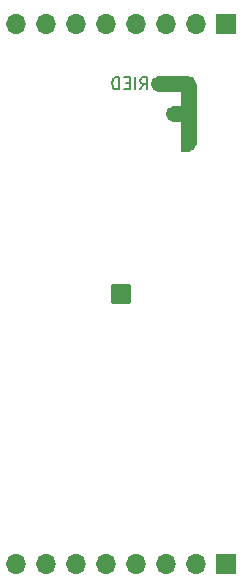
<source format=gbr>
%TF.GenerationSoftware,KiCad,Pcbnew,(6.0.5)*%
%TF.CreationDate,2022-10-05T18:31:43+01:00*%
%TF.ProjectId,DRV8876 Breakout,44525638-3837-4362-9042-7265616b6f75,V22.10.0.1*%
%TF.SameCoordinates,PX8c7ecc0PY4d83c00*%
%TF.FileFunction,Soldermask,Bot*%
%TF.FilePolarity,Negative*%
%FSLAX46Y46*%
G04 Gerber Fmt 4.6, Leading zero omitted, Abs format (unit mm)*
G04 Created by KiCad (PCBNEW (6.0.5)) date 2022-10-05 18:31:43*
%MOMM*%
%LPD*%
G01*
G04 APERTURE LIST*
G04 Aperture macros list*
%AMRoundRect*
0 Rectangle with rounded corners*
0 $1 Rounding radius*
0 $2 $3 $4 $5 $6 $7 $8 $9 X,Y pos of 4 corners*
0 Add a 4 corners polygon primitive as box body*
4,1,4,$2,$3,$4,$5,$6,$7,$8,$9,$2,$3,0*
0 Add four circle primitives for the rounded corners*
1,1,$1+$1,$2,$3*
1,1,$1+$1,$4,$5*
1,1,$1+$1,$6,$7*
1,1,$1+$1,$8,$9*
0 Add four rect primitives between the rounded corners*
20,1,$1+$1,$2,$3,$4,$5,0*
20,1,$1+$1,$4,$5,$6,$7,0*
20,1,$1+$1,$6,$7,$8,$9,0*
20,1,$1+$1,$8,$9,$2,$3,0*%
G04 Aperture macros list end*
%ADD10C,0.150000*%
%ADD11C,0.635500*%
%ADD12C,0.001000*%
%ADD13C,0.500000*%
%ADD14RoundRect,0.050000X-0.790000X-0.790000X0.790000X-0.790000X0.790000X0.790000X-0.790000X0.790000X0*%
%ADD15R,1.700000X1.700000*%
%ADD16O,1.700000X1.700000*%
G04 APERTURE END LIST*
D10*
%TO.C,REF\u002A\u002A*%
X1632976Y17327620D02*
X1966309Y17803810D01*
X2204404Y17327620D02*
X2204404Y18327620D01*
X1823452Y18327620D01*
X1728214Y18280000D01*
X1680595Y18232381D01*
X1632976Y18137143D01*
X1632976Y17994286D01*
X1680595Y17899048D01*
X1728214Y17851429D01*
X1823452Y17803810D01*
X2204404Y17803810D01*
X1204404Y17327620D02*
X1204404Y18327620D01*
X728214Y17851429D02*
X394880Y17851429D01*
X252023Y17327620D02*
X728214Y17327620D01*
X728214Y18327620D01*
X252023Y18327620D01*
X-176548Y17327620D02*
X-176548Y18327620D01*
X-414643Y18327620D01*
X-557500Y18280000D01*
X-652739Y18184762D01*
X-700358Y18089524D01*
X-747977Y17899048D01*
X-747977Y17756191D01*
X-700358Y17565715D01*
X-652739Y17470477D01*
X-557500Y17375239D01*
X-414643Y17327620D01*
X-176548Y17327620D01*
D11*
X3492750Y17780000D02*
G75*
G03*
X3492750Y17780000I-317750J0D01*
G01*
X6032750Y12700000D02*
G75*
G03*
X6032750Y12700000I-317750J0D01*
G01*
X4762750Y15240000D02*
G75*
G03*
X4762750Y15240000I-317750J0D01*
G01*
X6032750Y17780000D02*
G75*
G03*
X6032750Y17780000I-317750J0D01*
G01*
G36*
X6350000Y17780000D02*
G01*
X6350000Y12700000D01*
X5715000Y12065000D01*
X5080000Y12065000D01*
X5080000Y14605000D01*
X4445000Y14605000D01*
X4445000Y15875000D01*
X5080000Y15875000D01*
X5080000Y17145000D01*
X3175000Y17145000D01*
X3175000Y18415000D01*
X5715000Y18415000D01*
X6350000Y17780000D01*
G37*
D12*
X6350000Y17780000D02*
X6350000Y12700000D01*
X5715000Y12065000D01*
X5080000Y12065000D01*
X5080000Y14605000D01*
X4445000Y14605000D01*
X4445000Y15875000D01*
X5080000Y15875000D01*
X5080000Y17145000D01*
X3175000Y17145000D01*
X3175000Y18415000D01*
X5715000Y18415000D01*
X6350000Y17780000D01*
%TD*%
D13*
%TO.C,U1*%
X0Y0D03*
D14*
X0Y0D03*
D13*
X500000Y500000D03*
X-500000Y-500000D03*
X500000Y-500000D03*
X-500000Y500000D03*
%TD*%
D15*
%TO.C,J1*%
X8875000Y22860000D03*
D16*
X6335000Y22860000D03*
X3795000Y22860000D03*
X1255000Y22860000D03*
X-1285000Y22860000D03*
X-3825000Y22860000D03*
X-6365000Y22860000D03*
X-8905000Y22860000D03*
%TD*%
D15*
%TO.C,J2*%
X8890000Y-22860000D03*
D16*
X6350000Y-22860000D03*
X3810000Y-22860000D03*
X1270000Y-22860000D03*
X-1270000Y-22860000D03*
X-3810000Y-22860000D03*
X-6350000Y-22860000D03*
X-8890000Y-22860000D03*
%TD*%
M02*

</source>
